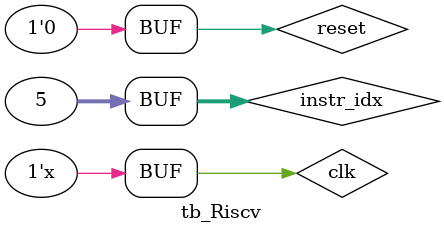
<source format=v>
`timescale 1ns/1ps

`define MEM_LIKE_MODULE .clk(clk), .reset(reset),
`define COMB_ONLY_MODULE

`define i(xinstr) instr_mem.inner[instr_idx] = xinstr; instr_idx = instr_idx + 1;

module tb_Riscv();
  reg clk, reset;

  wire [31:0] instr_addr;
  wire [31:0] instr;

  wire [31:0] data_addr;
  wire [31:0] mem_read_data;
  wire [31:0] mem_write_data;
  wire should_read_mem;
  wire should_write_mem;

  InstructionMemory instr_mem(`COMB_ONLY_MODULE
    // in
    .addr(instr_addr),
    // out
    .instr(instr)
  );

  DataMemory data_mem(`MEM_LIKE_MODULE
    // in
    .addr(data_addr),
    .should_write(should_write_mem),
    .write_data(mem_write_data),
    // out
    .read_data(mem_read_data)
  );


  Riscv uut(`MEM_LIKE_MODULE
    // in
    .instr(instr),
    .mem_read_data(mem_read_data),
    // out
    .instr_addr(instr_addr),
    .data_addr(data_addr),
    .should_write_mem(should_write_mem),
    .should_read_mem(should_read_mem),
    .mem_write_data(mem_write_data)
  );

  always #5 clk = ~clk;

  integer instr_idx;
  always @(posedge clk) begin
    // Execute until the instruction memory is out of instructions.
    if (!reset && uut.pc.pc >= instr_idx * 4)
      uut.pc.pc = 0;
  end

  initial begin
    clk = 0;
    reset = 1; #12 reset = 0;
    instr_idx = 0;
    // Initialize the instruction memory with instruction data.





// begin:
`i(32'b00000000001100000110001010010011); // ori t0, x0, 3
`i(32'b00000000010000101000001100010011); // addi t1, t0, 4
`i(32'b00000000011000101010001010100011); // sw t1, 5(t0)
`i(32'b00000000010100101010001110000011); // lw t2, 5(t0)
`i(32'b11111110011100110000011011100011); // beq t1, t2, begin



  end

endmodule

</source>
